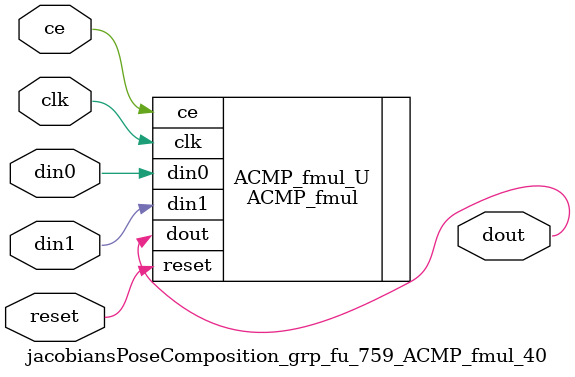
<source format=v>

`timescale 1 ns / 1 ps
module jacobiansPoseComposition_grp_fu_759_ACMP_fmul_40(
    clk,
    reset,
    ce,
    din0,
    din1,
    dout);

parameter ID = 32'd1;
parameter NUM_STAGE = 32'd1;
parameter din0_WIDTH = 32'd1;
parameter din1_WIDTH = 32'd1;
parameter dout_WIDTH = 32'd1;
input clk;
input reset;
input ce;
input[din0_WIDTH - 1:0] din0;
input[din1_WIDTH - 1:0] din1;
output[dout_WIDTH - 1:0] dout;



ACMP_fmul #(
.ID( ID ),
.NUM_STAGE( 4 ),
.din0_WIDTH( din0_WIDTH ),
.din1_WIDTH( din1_WIDTH ),
.dout_WIDTH( dout_WIDTH ))
ACMP_fmul_U(
    .clk( clk ),
    .reset( reset ),
    .ce( ce ),
    .din0( din0 ),
    .din1( din1 ),
    .dout( dout ));

endmodule

</source>
